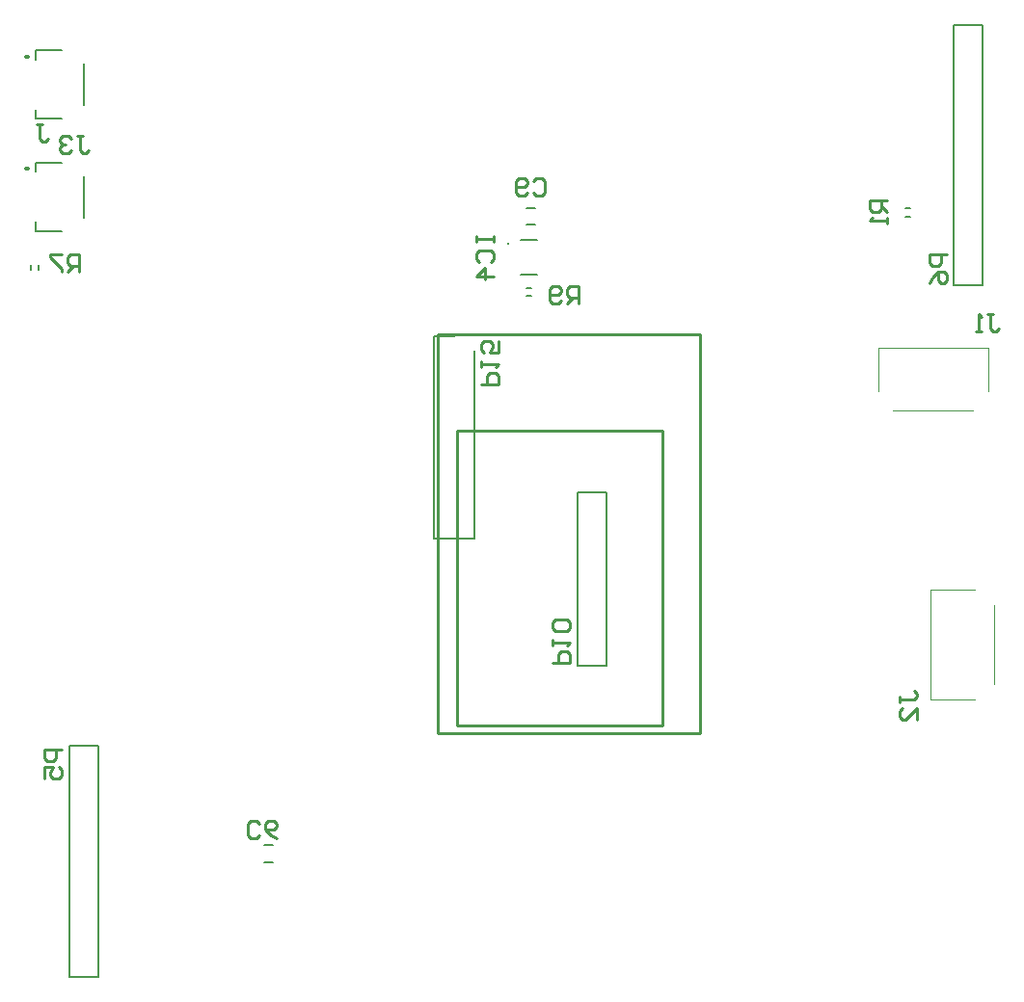
<source format=gbo>
G04*
G04 #@! TF.GenerationSoftware,Altium Limited,Altium Designer,22.2.1 (43)*
G04*
G04 Layer_Color=32896*
%FSLAX25Y25*%
%MOIN*%
G70*
G04*
G04 #@! TF.SameCoordinates,BF82E168-2CF8-4A2D-AB3A-859FEF8C30B5*
G04*
G04*
G04 #@! TF.FilePolarity,Positive*
G04*
G01*
G75*
%ADD10C,0.00394*%
%ADD11C,0.01000*%
%ADD12C,0.01181*%
%ADD14C,0.01000*%
%ADD15C,0.00787*%
%ADD17C,0.00500*%
D10*
X303415Y-141324D02*
X330974D01*
X303415D02*
X330974D01*
X298198Y-134553D02*
Y-119395D01*
Y-134553D02*
Y-119395D01*
X336191Y-134553D02*
Y-119395D01*
Y-134553D02*
Y-119395D01*
X298198D02*
X335895D01*
X298198D02*
X335895D01*
X338324Y-235974D02*
Y-208415D01*
Y-235974D02*
Y-208415D01*
X316395Y-241191D02*
X331553D01*
X316395D02*
X331553D01*
X316395Y-203198D02*
X331553D01*
X316395D02*
X331553D01*
X316395Y-241191D02*
Y-203494D01*
Y-241191D02*
Y-203494D01*
D11*
X170304Y-83555D02*
D03*
D12*
X4422Y-57678D02*
X3635D01*
X4422D01*
Y-18731D02*
X3635D01*
X4422D01*
D14*
X152600Y-148300D02*
X223600D01*
X152600Y-250100D02*
X223600D01*
X152600D02*
Y-148300D01*
X223600Y-250100D02*
Y-148300D01*
X146100Y-252767D02*
X236651D01*
X146100Y-114972D02*
X236651D01*
Y-252767D02*
Y-114972D01*
X146100Y-252767D02*
Y-114972D01*
X194698Y-104299D02*
Y-98301D01*
X191699D01*
X190700Y-99301D01*
Y-101300D01*
X191699Y-102300D01*
X194698D01*
X192699D02*
X190700Y-104299D01*
X188700Y-103299D02*
X187701Y-104299D01*
X185701D01*
X184702Y-103299D01*
Y-99301D01*
X185701Y-98301D01*
X187701D01*
X188700Y-99301D01*
Y-100300D01*
X187701Y-101300D01*
X184702D01*
X335800Y-107901D02*
X337799D01*
X336800D01*
Y-112899D01*
X337799Y-113899D01*
X338799D01*
X339799Y-112899D01*
X333801Y-113899D02*
X331801D01*
X332801D01*
Y-107901D01*
X333801Y-108901D01*
X160901Y-132098D02*
X166899D01*
Y-129099D01*
X165899Y-128099D01*
X163900D01*
X162900Y-129099D01*
Y-132098D01*
X160901Y-126100D02*
Y-124100D01*
Y-125100D01*
X166899D01*
X165899Y-126100D01*
X166899Y-117102D02*
Y-121101D01*
X163900D01*
X164900Y-119102D01*
Y-118102D01*
X163900Y-117102D01*
X161901D01*
X160901Y-118102D01*
Y-120101D01*
X161901Y-121101D01*
X7201Y-42201D02*
X9200D01*
X8200D01*
Y-47199D01*
X9200Y-48199D01*
X10200D01*
X11199Y-47199D01*
X21400Y-46301D02*
X23399D01*
X22399D01*
Y-51299D01*
X23399Y-52299D01*
X24399D01*
X25398Y-51299D01*
X19400Y-47301D02*
X18401Y-46301D01*
X16401D01*
X15402Y-47301D01*
Y-48300D01*
X16401Y-49300D01*
X17401D01*
X16401D01*
X15402Y-50300D01*
Y-51299D01*
X16401Y-52299D01*
X18401D01*
X19400Y-51299D01*
X305701Y-242200D02*
Y-240201D01*
Y-241201D01*
X310699D01*
X311699Y-240201D01*
Y-239201D01*
X310699Y-238202D01*
X311699Y-248198D02*
Y-244200D01*
X307700Y-248198D01*
X306701D01*
X305701Y-247199D01*
Y-245199D01*
X306701Y-244200D01*
X21798Y-93199D02*
Y-87201D01*
X18799D01*
X17800Y-88201D01*
Y-90200D01*
X18799Y-91200D01*
X21798D01*
X19799D02*
X17800Y-93199D01*
X15800Y-87201D02*
X11802D01*
Y-88201D01*
X15800Y-92199D01*
Y-93199D01*
X185601Y-228598D02*
X191599D01*
Y-225599D01*
X190599Y-224599D01*
X188600D01*
X187600Y-225599D01*
Y-228598D01*
X185601Y-222600D02*
Y-220600D01*
Y-221600D01*
X191599D01*
X190599Y-222600D01*
Y-217601D02*
X191599Y-216601D01*
Y-214602D01*
X190599Y-213602D01*
X186601D01*
X185601Y-214602D01*
Y-216601D01*
X186601Y-217601D01*
X190599D01*
X301168Y-68501D02*
X295170D01*
Y-71500D01*
X296169Y-72500D01*
X298169D01*
X299168Y-71500D01*
Y-68501D01*
Y-70501D02*
X301168Y-72500D01*
Y-74499D02*
Y-76499D01*
Y-75499D01*
X295170D01*
X296169Y-74499D01*
X322099Y-87302D02*
X316101D01*
Y-90301D01*
X317101Y-91300D01*
X319100D01*
X320100Y-90301D01*
Y-87302D01*
X316101Y-97298D02*
X317101Y-95299D01*
X319100Y-93300D01*
X321099D01*
X322099Y-94299D01*
Y-96299D01*
X321099Y-97298D01*
X320100D01*
X319100Y-96299D01*
Y-93300D01*
X16099Y-258602D02*
X10101D01*
Y-261601D01*
X11101Y-262600D01*
X13100D01*
X14100Y-261601D01*
Y-258602D01*
X10101Y-268598D02*
Y-264600D01*
X13100D01*
X12100Y-266599D01*
Y-267599D01*
X13100Y-268598D01*
X15099D01*
X16099Y-267599D01*
Y-265599D01*
X15099Y-264600D01*
X159401Y-81002D02*
Y-83002D01*
Y-82002D01*
X165399D01*
Y-81002D01*
Y-83002D01*
X160401Y-90000D02*
X159401Y-89000D01*
Y-87001D01*
X160401Y-86001D01*
X164399D01*
X165399Y-87001D01*
Y-89000D01*
X164399Y-90000D01*
X165399Y-94998D02*
X159401D01*
X162400Y-91999D01*
Y-95998D01*
X179100Y-62001D02*
X180099Y-61001D01*
X182099D01*
X183098Y-62001D01*
Y-65999D01*
X182099Y-66999D01*
X180099D01*
X179100Y-65999D01*
X177100D02*
X176101Y-66999D01*
X174101D01*
X173102Y-65999D01*
Y-62001D01*
X174101Y-61001D01*
X176101D01*
X177100Y-62001D01*
Y-63000D01*
X176101Y-64000D01*
X173102D01*
X84170Y-288299D02*
X83171Y-289299D01*
X81171D01*
X80172Y-288299D01*
Y-284301D01*
X81171Y-283301D01*
X83171D01*
X84170Y-284301D01*
X90168Y-289299D02*
X88169Y-288299D01*
X86170Y-286300D01*
Y-284301D01*
X87169Y-283301D01*
X89169D01*
X90168Y-284301D01*
Y-285300D01*
X89169Y-286300D01*
X86170D01*
D15*
X144492Y-115467D02*
X151500D01*
X144492Y-185467D02*
Y-115467D01*
Y-185467D02*
X158508D01*
Y-120467D01*
X194300Y-229500D02*
Y-169500D01*
X204300Y-229500D02*
Y-169500D01*
X194300Y-229500D02*
X204300D01*
X194300Y-169500D02*
X204300D01*
X324300Y-7700D02*
X334300D01*
X324300Y-97700D02*
Y-7700D01*
Y-97700D02*
X334300D01*
Y-7700D01*
X18500Y-337200D02*
X28500D01*
Y-257200D01*
X18500D02*
X28500D01*
X18500Y-337200D02*
Y-257200D01*
X5122Y-92487D02*
Y-90913D01*
X7878Y-92487D02*
Y-90913D01*
X174768Y-94130D02*
X180280D01*
X174768Y-82319D02*
X180280D01*
X307565Y-71322D02*
X309140D01*
X307565Y-74078D02*
X309140D01*
X176765Y-101678D02*
X178340D01*
X176765Y-98922D02*
X178340D01*
X176625Y-76953D02*
X179775D01*
X176625Y-71047D02*
X179775D01*
X85910Y-291547D02*
X89060D01*
X85910Y-297453D02*
X89060D01*
D17*
X6824Y-58662D02*
Y-55513D01*
X15780D01*
X6824Y-79135D02*
Y-75985D01*
Y-79135D02*
X15780D01*
X23556Y-74410D02*
Y-60237D01*
Y-35463D02*
Y-21290D01*
X6824Y-40187D02*
X15780D01*
X6824D02*
Y-37038D01*
Y-16565D02*
X15780D01*
X6824Y-19715D02*
Y-16565D01*
M02*

</source>
